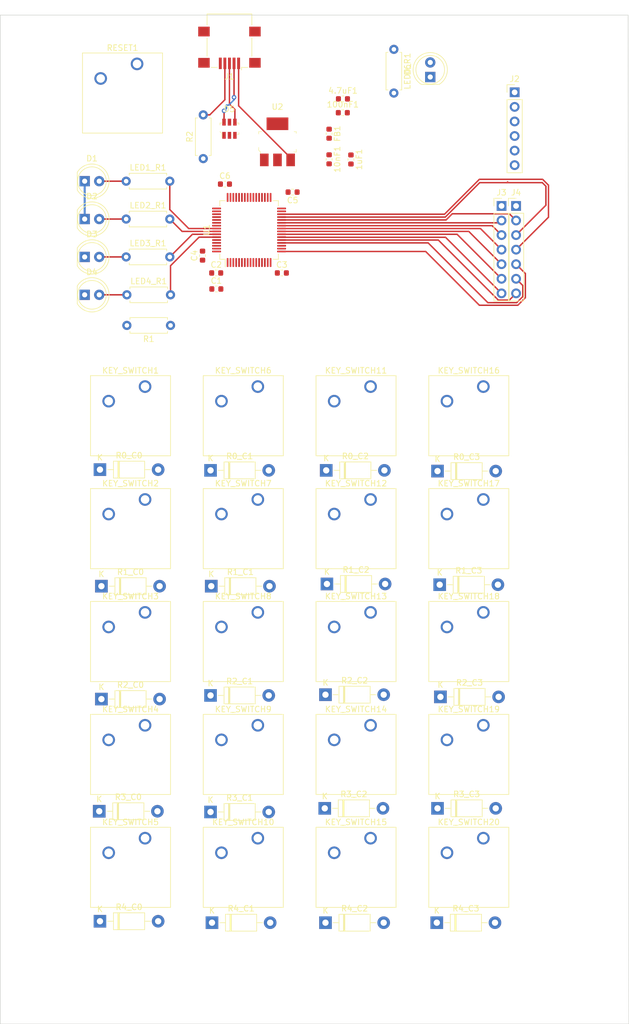
<source format=kicad_pcb>
(kicad_pcb (version 20171130) (host pcbnew "(5.1.4)-1")
  (layers (0 F.Cu signal) (31 B.Cu signal) (35 F.Paste user) (37 F.SilkS user) (39 F.Mask user) (44 Edge.Cuts user))
  (net 0 "")
  (net 1 GND)
  (net 2 /VCC_3_3)
  (net 3 /VCC_3_3A)
  (net 4 "Net-(C1-Pad2)")
  (net 5 "Net-(D1-Pad2)")
  (net 6 "Net-(D2-Pad2)")
  (net 7 "Net-(D3-Pad2)")
  (net 8 "Net-(D4-Pad2)")
  (net 9 "Net-(D5-Pad6)")
  (net 10 "Net-(D5-Pad4)")
  (net 11 /FS_DM)
  (net 12 /FS_DP)
  (net 13 /COL_0)
  (net 14 /COL_1)
  (net 15 /COL_2)
  (net 16 /COL_3)
  (net 17 "Net-(J1-Pad4)")
  (net 18 "Net-(J1-Pad1)")
  (net 19 /TRACESWO)
  (net 20 /NRST)
  (net 21 /SWDIO)
  (net 22 /SWCLK)
  (net 23 /D_PIN_12)
  (net 24 /D_PIN_11)
  (net 25 /D_PIN_10)
  (net 26 /D_PIN_9)
  (net 27 /D_PIN_8)
  (net 28 /D_PIN_7)
  (net 29 /D_PIN_6)
  (net 30 /D_PIN_5)
  (net 31 /D_PIN_4)
  (net 32 /D_PIN_3)
  (net 33 /ROW_0)
  (net 34 /ROW_1)
  (net 35 /ROW_2)
  (net 36 /ROW_3)
  (net 37 /ROW_4)
  (net 38 "Net-(R1-Pad1)")
  (net 39 "Net-(U1-Pad62)")
  (net 40 "Net-(U1-Pad61)")
  (net 41 "Net-(U1-Pad54)")
  (net 42 "Net-(U1-Pad53)")
  (net 43 "Net-(U1-Pad52)")
  (net 44 "Net-(U1-Pad51)")
  (net 45 "Net-(U1-Pad50)")
  (net 46 "Net-(U1-Pad43)")
  (net 47 "Net-(U1-Pad42)")
  (net 48 "Net-(U1-Pad41)")
  (net 49 "Net-(U1-Pad40)")
  (net 50 "Net-(U1-Pad39)")
  (net 51 "Net-(U1-Pad38)")
  (net 52 "Net-(U1-Pad37)")
  (net 53 "Net-(U1-Pad36)")
  (net 54 "Net-(U1-Pad35)")
  (net 55 "Net-(U1-Pad34)")
  (net 56 "Net-(U1-Pad33)")
  (net 57 "Net-(U1-Pad4)")
  (net 58 "Net-(U1-Pad3)")
  (net 59 "Net-(U1-Pad2)")
  (net 60 "Net-(KEY_SWITCH1-Pad2)")
  (net 61 "Net-(KEY_SWITCH2-Pad2)")
  (net 62 "Net-(KEY_SWITCH3-Pad2)")
  (net 63 "Net-(KEY_SWITCH4-Pad2)")
  (net 64 "Net-(KEY_SWITCH5-Pad2)")
  (net 65 "Net-(KEY_SWITCH6-Pad2)")
  (net 66 "Net-(KEY_SWITCH7-Pad2)")
  (net 67 "Net-(KEY_SWITCH8-Pad2)")
  (net 68 "Net-(KEY_SWITCH9-Pad2)")
  (net 69 "Net-(KEY_SWITCH10-Pad2)")
  (net 70 "Net-(KEY_SWITCH11-Pad2)")
  (net 71 "Net-(KEY_SWITCH12-Pad2)")
  (net 72 "Net-(KEY_SWITCH13-Pad2)")
  (net 73 "Net-(KEY_SWITCH14-Pad2)")
  (net 74 "Net-(KEY_SWITCH15-Pad2)")
  (net 75 "Net-(KEY_SWITCH16-Pad2)")
  (net 76 "Net-(KEY_SWITCH17-Pad2)")
  (net 77 "Net-(KEY_SWITCH18-Pad2)")
  (net 78 "Net-(KEY_SWITCH19-Pad2)")
  (net 79 "Net-(KEY_SWITCH20-Pad2)")
  (net 80 "Net-(LED1_R1-Pad2)")
  (net 81 "Net-(LED2_R1-Pad2)")
  (net 82 "Net-(LED3_R1-Pad2)")
  (net 83 "Net-(LED4_R1-Pad2)")
  (net 84 "Net-(D6-Pad2)")
  (net 85 /D_PIN_13)
  (net 86 /D_PIN_14)
  (module Button_Switch_Keyboard:SW_Cherry_MX_1.00u_PCB (layer F.Cu) (at 110.744 155.702)
    (fp_text reference KEY_SWITCH20 (at -2.54 -2.794) (layer F.SilkS))
    (fp_text value R4_C3)
    (pad 1 thru_hole circle (at 0 0) (size 2.2 2.2) (drill 1.5) (layers *.Cu *.Mask) (net 37 /ROW_4))
    (pad 2 thru_hole circle (at -6.35 2.54) (size 2.2 2.2) (drill 1.5) (layers *.Cu *.Mask) (net 79 "Net-(KEY_SWITCH20-Pad2)"))
    (pad "" np_thru_hole circle (at -2.54 5.08) (size 4 4) (drill 4) (layers *.Cu *.Mask))
    (pad "" np_thru_hole circle (at -7.62 5.08) (size 1.7 1.7) (drill 1.7) (layers *.Cu *.Mask))
    (pad "" np_thru_hole circle (at 2.54 5.08) (size 1.7 1.7) (drill 1.7) (layers *.Cu *.Mask))
  )
  (module Button_Switch_Keyboard:SW_Cherry_MX_1.00u_PCB (layer F.Cu) (at 51.689 136.017)
    (fp_text reference KEY_SWITCH4 (at -2.54 -2.794) (layer F.SilkS))
    (fp_text value R3_C0)
    (pad 1 thru_hole circle (at 0 0) (size 2.2 2.2) (drill 1.5) (layers *.Cu *.Mask) (net 36 /ROW_3))
    (pad 2 thru_hole circle (at -6.35 2.54) (size 2.2 2.2) (drill 1.5) (layers *.Cu *.Mask) (net 63 "Net-(KEY_SWITCH4-Pad2)"))
    (pad "" np_thru_hole circle (at -2.54 5.08) (size 4 4) (drill 4) (layers *.Cu *.Mask))
    (pad "" np_thru_hole circle (at -7.62 5.08) (size 1.7 1.7) (drill 1.7) (layers *.Cu *.Mask))
    (pad "" np_thru_hole circle (at 2.54 5.08) (size 1.7 1.7) (drill 1.7) (layers *.Cu *.Mask))
  )
  (module Button_Switch_Keyboard:SW_Cherry_MX_1.00u_PCB (layer F.Cu) (at 51.689 116.332)
    (fp_text reference KEY_SWITCH3 (at -2.54 -2.794) (layer F.SilkS))
    (fp_text value R2_C0)
    (pad 1 thru_hole circle (at 0 0) (size 2.2 2.2) (drill 1.5) (layers *.Cu *.Mask) (net 35 /ROW_2))
    (pad 2 thru_hole circle (at -6.35 2.54) (size 2.2 2.2) (drill 1.5) (layers *.Cu *.Mask) (net 62 "Net-(KEY_SWITCH3-Pad2)"))
    (pad "" np_thru_hole circle (at -2.54 5.08) (size 4 4) (drill 4) (layers *.Cu *.Mask))
    (pad "" np_thru_hole circle (at -7.62 5.08) (size 1.7 1.7) (drill 1.7) (layers *.Cu *.Mask))
    (pad "" np_thru_hole circle (at 2.54 5.08) (size 1.7 1.7) (drill 1.7) (layers *.Cu *.Mask))
  )
  (module Button_Switch_Keyboard:SW_Cherry_MX_1.00u_PCB (layer F.Cu) (at 71.374 116.332)
    (fp_text reference KEY_SWITCH8 (at -2.54 -2.794) (layer F.SilkS))
    (fp_text value R2_C1)
    (pad 1 thru_hole circle (at 0 0) (size 2.2 2.2) (drill 1.5) (layers *.Cu *.Mask) (net 35 /ROW_2))
    (pad 2 thru_hole circle (at -6.35 2.54) (size 2.2 2.2) (drill 1.5) (layers *.Cu *.Mask) (net 67 "Net-(KEY_SWITCH8-Pad2)"))
    (pad "" np_thru_hole circle (at -2.54 5.08) (size 4 4) (drill 4) (layers *.Cu *.Mask))
    (pad "" np_thru_hole circle (at -7.62 5.08) (size 1.7 1.7) (drill 1.7) (layers *.Cu *.Mask))
    (pad "" np_thru_hole circle (at 2.54 5.08) (size 1.7 1.7) (drill 1.7) (layers *.Cu *.Mask))
  )
  (module Button_Switch_Keyboard:SW_Cherry_MX_1.00u_PCB (layer F.Cu) (at 110.744 116.332)
    (fp_text reference KEY_SWITCH18 (at -2.54 -2.794) (layer F.SilkS))
    (fp_text value R2_C3)
    (pad 1 thru_hole circle (at 0 0) (size 2.2 2.2) (drill 1.5) (layers *.Cu *.Mask) (net 35 /ROW_2))
    (pad 2 thru_hole circle (at -6.35 2.54) (size 2.2 2.2) (drill 1.5) (layers *.Cu *.Mask) (net 77 "Net-(KEY_SWITCH18-Pad2)"))
    (pad "" np_thru_hole circle (at -2.54 5.08) (size 4 4) (drill 4) (layers *.Cu *.Mask))
    (pad "" np_thru_hole circle (at -7.62 5.08) (size 1.7 1.7) (drill 1.7) (layers *.Cu *.Mask))
    (pad "" np_thru_hole circle (at 2.54 5.08) (size 1.7 1.7) (drill 1.7) (layers *.Cu *.Mask))
  )
  (module Diode_THT:D_DO-41_SOD81_P10.16mm_Horizontal (layer F.Cu) (at 103.251 131.064)
    (fp_text reference R2_C3 (at 5.08 -2.47) (layer F.SilkS))
    (fp_text value 1N5819)
    (fp_text user K (at 0 -2.1) (layer F.SilkS))
    (pad 1 thru_hole rect (at 0 0) (size 2.2 2.2) (drill 1.1) (layers *.Cu *.Mask) (net 16 /COL_3))
    (pad 2 thru_hole oval (at 10.16 0) (size 2.2 2.2) (drill 1.1) (layers *.Cu *.Mask) (net 77 "Net-(KEY_SWITCH18-Pad2)"))
  )
  (module Button_Switch_Keyboard:SW_Cherry_MX_1.00u_PCB (layer F.Cu) (at 91.059 136.017)
    (fp_text reference KEY_SWITCH14 (at -2.54 -2.794) (layer F.SilkS))
    (fp_text value R3_C2)
    (pad 1 thru_hole circle (at 0 0) (size 2.2 2.2) (drill 1.5) (layers *.Cu *.Mask) (net 36 /ROW_3))
    (pad 2 thru_hole circle (at -6.35 2.54) (size 2.2 2.2) (drill 1.5) (layers *.Cu *.Mask) (net 73 "Net-(KEY_SWITCH14-Pad2)"))
    (pad "" np_thru_hole circle (at -2.54 5.08) (size 4 4) (drill 4) (layers *.Cu *.Mask))
    (pad "" np_thru_hole circle (at -7.62 5.08) (size 1.7 1.7) (drill 1.7) (layers *.Cu *.Mask))
    (pad "" np_thru_hole circle (at 2.54 5.08) (size 1.7 1.7) (drill 1.7) (layers *.Cu *.Mask))
  )
  (module Button_Switch_Keyboard:SW_Cherry_MX_1.00u_PCB (layer F.Cu) (at 110.744 136.017)
    (fp_text reference KEY_SWITCH19 (at -2.54 -2.794) (layer F.SilkS))
    (fp_text value R3_C3)
    (pad 1 thru_hole circle (at 0 0) (size 2.2 2.2) (drill 1.5) (layers *.Cu *.Mask) (net 36 /ROW_3))
    (pad 2 thru_hole circle (at -6.35 2.54) (size 2.2 2.2) (drill 1.5) (layers *.Cu *.Mask) (net 78 "Net-(KEY_SWITCH19-Pad2)"))
    (pad "" np_thru_hole circle (at -2.54 5.08) (size 4 4) (drill 4) (layers *.Cu *.Mask))
    (pad "" np_thru_hole circle (at -7.62 5.08) (size 1.7 1.7) (drill 1.7) (layers *.Cu *.Mask))
    (pad "" np_thru_hole circle (at 2.54 5.08) (size 1.7 1.7) (drill 1.7) (layers *.Cu *.Mask))
  )
  (module Diode_THT:D_DO-41_SOD81_P10.16mm_Horizontal (layer F.Cu) (at 102.743 150.495)
    (fp_text reference R3_C3 (at 5.08 -2.47) (layer F.SilkS))
    (fp_text value 1N5819)
    (fp_text user K (at 0 -2.1) (layer F.SilkS))
    (pad 1 thru_hole rect (at 0 0) (size 2.2 2.2) (drill 1.1) (layers *.Cu *.Mask) (net 16 /COL_3))
    (pad 2 thru_hole oval (at 10.16 0) (size 2.2 2.2) (drill 1.1) (layers *.Cu *.Mask) (net 78 "Net-(KEY_SWITCH19-Pad2)"))
  )
  (module Button_Switch_Keyboard:SW_Cherry_MX_1.00u_PCB (layer F.Cu) (at 91.059 155.702)
    (fp_text reference KEY_SWITCH15 (at -2.54 -2.794) (layer F.SilkS))
    (fp_text value R4_C2)
    (pad 1 thru_hole circle (at 0 0) (size 2.2 2.2) (drill 1.5) (layers *.Cu *.Mask) (net 37 /ROW_4))
    (pad 2 thru_hole circle (at -6.35 2.54) (size 2.2 2.2) (drill 1.5) (layers *.Cu *.Mask) (net 74 "Net-(KEY_SWITCH15-Pad2)"))
    (pad "" np_thru_hole circle (at -2.54 5.08) (size 4 4) (drill 4) (layers *.Cu *.Mask))
    (pad "" np_thru_hole circle (at -7.62 5.08) (size 1.7 1.7) (drill 1.7) (layers *.Cu *.Mask))
    (pad "" np_thru_hole circle (at 2.54 5.08) (size 1.7 1.7) (drill 1.7) (layers *.Cu *.Mask))
  )
  (module Button_Switch_Keyboard:SW_Cherry_MX_1.00u_PCB (layer F.Cu) (at 71.374 155.702)
    (fp_text reference KEY_SWITCH10 (at -2.54 -2.794) (layer F.SilkS))
    (fp_text value R4_C1)
    (pad 1 thru_hole circle (at 0 0) (size 2.2 2.2) (drill 1.5) (layers *.Cu *.Mask) (net 37 /ROW_4))
    (pad 2 thru_hole circle (at -6.35 2.54) (size 2.2 2.2) (drill 1.5) (layers *.Cu *.Mask) (net 69 "Net-(KEY_SWITCH10-Pad2)"))
    (pad "" np_thru_hole circle (at -2.54 5.08) (size 4 4) (drill 4) (layers *.Cu *.Mask))
    (pad "" np_thru_hole circle (at -7.62 5.08) (size 1.7 1.7) (drill 1.7) (layers *.Cu *.Mask))
    (pad "" np_thru_hole circle (at 2.54 5.08) (size 1.7 1.7) (drill 1.7) (layers *.Cu *.Mask))
  )
  (module Button_Switch_Keyboard:SW_Cherry_MX_1.00u_PCB (layer F.Cu) (at 51.689 155.702)
    (fp_text reference KEY_SWITCH5 (at -2.54 -2.794) (layer F.SilkS))
    (fp_text value R4_C0)
    (pad 1 thru_hole circle (at 0 0) (size 2.2 2.2) (drill 1.5) (layers *.Cu *.Mask) (net 37 /ROW_4))
    (pad 2 thru_hole circle (at -6.35 2.54) (size 2.2 2.2) (drill 1.5) (layers *.Cu *.Mask) (net 64 "Net-(KEY_SWITCH5-Pad2)"))
    (pad "" np_thru_hole circle (at -2.54 5.08) (size 4 4) (drill 4) (layers *.Cu *.Mask))
    (pad "" np_thru_hole circle (at -7.62 5.08) (size 1.7 1.7) (drill 1.7) (layers *.Cu *.Mask))
    (pad "" np_thru_hole circle (at 2.54 5.08) (size 1.7 1.7) (drill 1.7) (layers *.Cu *.Mask))
  )
  (module Button_Switch_Keyboard:SW_Cherry_MX_1.00u_PCB (layer F.Cu) (at 51.689 96.647)
    (fp_text reference KEY_SWITCH2 (at -2.54 -2.794) (layer F.SilkS))
    (fp_text value R1_C0)
    (pad 1 thru_hole circle (at 0 0) (size 2.2 2.2) (drill 1.5) (layers *.Cu *.Mask) (net 34 /ROW_1))
    (pad 2 thru_hole circle (at -6.35 2.54) (size 2.2 2.2) (drill 1.5) (layers *.Cu *.Mask) (net 61 "Net-(KEY_SWITCH2-Pad2)"))
    (pad "" np_thru_hole circle (at -2.54 5.08) (size 4 4) (drill 4) (layers *.Cu *.Mask))
    (pad "" np_thru_hole circle (at -7.62 5.08) (size 1.7 1.7) (drill 1.7) (layers *.Cu *.Mask))
    (pad "" np_thru_hole circle (at 2.54 5.08) (size 1.7 1.7) (drill 1.7) (layers *.Cu *.Mask))
  )
  (module Button_Switch_Keyboard:SW_Cherry_MX_1.00u_PCB (layer F.Cu) (at 91.059 96.647)
    (fp_text reference KEY_SWITCH12 (at -2.54 -2.794) (layer F.SilkS))
    (fp_text value R1_C2)
    (pad 1 thru_hole circle (at 0 0) (size 2.2 2.2) (drill 1.5) (layers *.Cu *.Mask) (net 34 /ROW_1))
    (pad 2 thru_hole circle (at -6.35 2.54) (size 2.2 2.2) (drill 1.5) (layers *.Cu *.Mask) (net 71 "Net-(KEY_SWITCH12-Pad2)"))
    (pad "" np_thru_hole circle (at -2.54 5.08) (size 4 4) (drill 4) (layers *.Cu *.Mask))
    (pad "" np_thru_hole circle (at -7.62 5.08) (size 1.7 1.7) (drill 1.7) (layers *.Cu *.Mask))
    (pad "" np_thru_hole circle (at 2.54 5.08) (size 1.7 1.7) (drill 1.7) (layers *.Cu *.Mask))
  )
  (module Button_Switch_Keyboard:SW_Cherry_MX_1.00u_PCB (layer F.Cu) (at 51.689 76.962)
    (fp_text reference KEY_SWITCH1 (at -2.54 -2.794) (layer F.SilkS))
    (fp_text value R0_C0)
    (pad 1 thru_hole circle (at 0 0) (size 2.2 2.2) (drill 1.5) (layers *.Cu *.Mask) (net 33 /ROW_0))
    (pad 2 thru_hole circle (at -6.35 2.54) (size 2.2 2.2) (drill 1.5) (layers *.Cu *.Mask) (net 60 "Net-(KEY_SWITCH1-Pad2)"))
    (pad "" np_thru_hole circle (at -2.54 5.08) (size 4 4) (drill 4) (layers *.Cu *.Mask))
    (pad "" np_thru_hole circle (at -7.62 5.08) (size 1.7 1.7) (drill 1.7) (layers *.Cu *.Mask))
    (pad "" np_thru_hole circle (at 2.54 5.08) (size 1.7 1.7) (drill 1.7) (layers *.Cu *.Mask))
  )
  (module Connector_PinHeader_2.54mm:PinHeader_1x07_P2.54mm_Vertical (layer F.Cu) (at 116.459 45.466)
    (fp_text reference J4 (at 0 -2.33) (layer F.SilkS))
    (fp_text value Conn_01x07)
    (pad 7 thru_hole oval (at 0 15.24) (size 1.7 1.7) (drill 1) (layers *.Cu *.Mask) (net 86 /D_PIN_14))
    (pad 6 thru_hole oval (at 0 12.7) (size 1.7 1.7) (drill 1) (layers *.Cu *.Mask) (net 23 /D_PIN_12))
    (pad 5 thru_hole oval (at 0 10.16) (size 1.7 1.7) (drill 1) (layers *.Cu *.Mask) (net 25 /D_PIN_10))
    (pad 4 thru_hole oval (at 0 7.62) (size 1.7 1.7) (drill 1) (layers *.Cu *.Mask) (net 27 /D_PIN_8))
    (pad 3 thru_hole oval (at 0 5.08) (size 1.7 1.7) (drill 1) (layers *.Cu *.Mask) (net 29 /D_PIN_6))
    (pad 2 thru_hole oval (at 0 2.54) (size 1.7 1.7) (drill 1) (layers *.Cu *.Mask) (net 31 /D_PIN_4))
    (pad 1 thru_hole rect (at 0 0) (size 1.7 1.7) (drill 1) (layers *.Cu *.Mask) (net 2 /VCC_3_3))
  )
  (module Connector_PinHeader_2.54mm:PinHeader_1x07_P2.54mm_Vertical (layer F.Cu) (at 113.919 45.466)
    (fp_text reference J3 (at 0 -2.33) (layer F.SilkS))
    (fp_text value Conn_01x07)
    (pad 7 thru_hole oval (at 0 15.24) (size 1.7 1.7) (drill 1) (layers *.Cu *.Mask) (net 85 /D_PIN_13))
    (pad 6 thru_hole oval (at 0 12.7) (size 1.7 1.7) (drill 1) (layers *.Cu *.Mask) (net 24 /D_PIN_11))
    (pad 5 thru_hole oval (at 0 10.16) (size 1.7 1.7) (drill 1) (layers *.Cu *.Mask) (net 26 /D_PIN_9))
    (pad 4 thru_hole oval (at 0 7.62) (size 1.7 1.7) (drill 1) (layers *.Cu *.Mask) (net 28 /D_PIN_7))
    (pad 3 thru_hole oval (at 0 5.08) (size 1.7 1.7) (drill 1) (layers *.Cu *.Mask) (net 30 /D_PIN_5))
    (pad 2 thru_hole oval (at 0 2.54) (size 1.7 1.7) (drill 1) (layers *.Cu *.Mask) (net 32 /D_PIN_3))
    (pad 1 thru_hole rect (at 0 0) (size 1.7 1.7) (drill 1) (layers *.Cu *.Mask) (net 1 GND))
  )
  (module Resistor_THT:R_Axial_DIN0207_L6.3mm_D2.5mm_P7.62mm_Horizontal (layer F.Cu) (at 95.123 18.161 270)
    (fp_text reference LED0_R1 (at 3.81 -2.37 90) (layer F.SilkS))
    (fp_text value LED0_R)
    (pad 2 thru_hole oval (at 7.62 0 270) (size 1.6 1.6) (drill 0.8) (layers *.Cu *.Mask) (net 3 /VCC_3_3A))
    (pad 1 thru_hole circle (at 0 0 270) (size 1.6 1.6) (drill 0.8) (layers *.Cu *.Mask) (net 84 "Net-(D6-Pad2)"))
  )
  (module LED_THT:LED_D5.0mm (layer F.Cu) (at 101.473 22.987 90)
    (fp_text reference D6 (at 1.27 -3.96 90) (layer F.SilkS))
    (fp_text value LED)
    (pad 2 thru_hole circle (at 2.54 0 90) (size 1.8 1.8) (drill 0.9) (layers *.Cu *.Mask) (net 84 "Net-(D6-Pad2)"))
    (pad 1 thru_hole rect (at 0 0 90) (size 1.8 1.8) (drill 0.9) (layers *.Cu *.Mask) (net 1 GND))
  )
  (module Resistor_THT:R_Axial_DIN0207_L6.3mm_D2.5mm_P7.62mm_Horizontal (layer F.Cu) (at 48.514 60.96)
    (fp_text reference LED4_R1 (at 3.81 -2.37) (layer F.SilkS))
    (fp_text value LED4_R)
    (pad 2 thru_hole oval (at 7.62 0) (size 1.6 1.6) (drill 0.8) (layers *.Cu *.Mask) (net 83 "Net-(LED4_R1-Pad2)"))
    (pad 1 thru_hole circle (at 0 0) (size 1.6 1.6) (drill 0.8) (layers *.Cu *.Mask) (net 8 "Net-(D4-Pad2)"))
  )
  (module Resistor_THT:R_Axial_DIN0207_L6.3mm_D2.5mm_P7.62mm_Horizontal (layer F.Cu) (at 48.387 54.356)
    (fp_text reference LED3_R1 (at 3.81 -2.37) (layer F.SilkS))
    (fp_text value LED3_R)
    (pad 2 thru_hole oval (at 7.62 0) (size 1.6 1.6) (drill 0.8) (layers *.Cu *.Mask) (net 82 "Net-(LED3_R1-Pad2)"))
    (pad 1 thru_hole circle (at 0 0) (size 1.6 1.6) (drill 0.8) (layers *.Cu *.Mask) (net 7 "Net-(D3-Pad2)"))
  )
  (module Resistor_THT:R_Axial_DIN0207_L6.3mm_D2.5mm_P7.62mm_Horizontal (layer F.Cu) (at 48.387 47.752)
    (fp_text reference LED2_R1 (at 3.81 -2.37) (layer F.SilkS))
    (fp_text value LED2_R)
    (pad 2 thru_hole oval (at 7.62 0) (size 1.6 1.6) (drill 0.8) (layers *.Cu *.Mask) (net 81 "Net-(LED2_R1-Pad2)"))
    (pad 1 thru_hole circle (at 0 0) (size 1.6 1.6) (drill 0.8) (layers *.Cu *.Mask) (net 6 "Net-(D2-Pad2)"))
  )
  (module Resistor_THT:R_Axial_DIN0207_L6.3mm_D2.5mm_P7.62mm_Horizontal (layer F.Cu) (at 48.387 41.148)
    (fp_text reference LED1_R1 (at 3.81 -2.37) (layer F.SilkS))
    (fp_text value LED1_R)
    (pad 2 thru_hole oval (at 7.62 0) (size 1.6 1.6) (drill 0.8) (layers *.Cu *.Mask) (net 80 "Net-(LED1_R1-Pad2)"))
    (pad 1 thru_hole circle (at 0 0) (size 1.6 1.6) (drill 0.8) (layers *.Cu *.Mask) (net 5 "Net-(D1-Pad2)"))
  )
  (module digikey-footprints:SOT-223 (layer F.Cu) (at 74.803 34.29)
    (fp_text reference U2 (at 0 -6.1) (layer F.SilkS))
    (fp_text value LD1117S33CTR)
    (pad 3 smd rect (at 2.3 3.15) (size 1.5 2.2) (layers F.Cu F.Paste F.Mask) (net 18 "Net-(J1-Pad1)"))
    (pad 2 smd rect (at 0 3.15) (size 1.5 2.2) (layers F.Cu F.Paste F.Mask) (net 3 /VCC_3_3A))
    (pad 1 smd rect (at -2.3 3.15) (size 1.5 2.2) (layers F.Cu F.Paste F.Mask) (net 1 GND))
    (pad 4 smd rect (at 0 -3.15) (size 3.8 2.2) (layers F.Cu F.Paste F.Mask) (net 2 /VCC_3_3))
  )
  (module Package_QFP:LQFP-64_10x10mm_P0.5mm (layer F.Cu) (at 69.85 49.657 90)
    (fp_text reference U1 (at 0 -7.4 90) (layer F.SilkS))
    (fp_text value STM32L476RCTx)
    (pad 1 smd roundrect (at -5.675 -3.75 90) (size 1.55 0.3) (layers F.Cu F.Paste F.Mask) (net 2 /VCC_3_3))
    (pad 2 smd roundrect (at -5.675 -3.25 90) (size 1.55 0.3) (layers F.Cu F.Paste F.Mask) (net 59 "Net-(U1-Pad2)"))
    (pad 3 smd roundrect (at -5.675 -2.75 90) (size 1.55 0.3) (layers F.Cu F.Paste F.Mask) (net 58 "Net-(U1-Pad3)"))
    (pad 4 smd roundrect (at -5.675 -2.25 90) (size 1.55 0.3) (layers F.Cu F.Paste F.Mask) (net 57 "Net-(U1-Pad4)"))
    (pad 5 smd roundrect (at -5.675 -1.75 90) (size 1.55 0.3) (layers F.Cu F.Paste F.Mask) (net 33 /ROW_0))
    (pad 6 smd roundrect (at -5.675 -1.25 90) (size 1.55 0.3) (layers F.Cu F.Paste F.Mask) (net 34 /ROW_1))
    (pad 7 smd roundrect (at -5.675 -0.75 90) (size 1.55 0.3) (layers F.Cu F.Paste F.Mask) (net 4 "Net-(C1-Pad2)"))
    (pad 8 smd roundrect (at -5.675 -0.25 90) (size 1.55 0.3) (layers F.Cu F.Paste F.Mask) (net 35 /ROW_2))
    (pad 9 smd roundrect (at -5.675 0.25 90) (size 1.55 0.3) (layers F.Cu F.Paste F.Mask) (net 36 /ROW_3))
    (pad 10 smd roundrect (at -5.675 0.75 90) (size 1.55 0.3) (layers F.Cu F.Paste F.Mask) (net 37 /ROW_4))
    (pad 11 smd roundrect (at -5.675 1.25 90) (size 1.55 0.3) (layers F.Cu F.Paste F.Mask) (net 13 /COL_0))
    (pad 12 smd roundrect (at -5.675 1.75 90) (size 1.55 0.3) (layers F.Cu F.Paste F.Mask) (net 1 GND))
    (pad 13 smd roundrect (at -5.675 2.25 90) (size 1.55 0.3) (layers F.Cu F.Paste F.Mask) (net 3 /VCC_3_3A))
    (pad 14 smd roundrect (at -5.675 2.75 90) (size 1.55 0.3) (layers F.Cu F.Paste F.Mask) (net 14 /COL_1))
    (pad 15 smd roundrect (at -5.675 3.25 90) (size 1.55 0.3) (layers F.Cu F.Paste F.Mask) (net 15 /COL_2))
    (pad 16 smd roundrect (at -5.675 3.75 90) (size 1.55 0.3) (layers F.Cu F.Paste F.Mask) (net 16 /COL_3))
    (pad 17 smd roundrect (at -3.75 5.675 90) (size 0.3 1.55) (layers F.Cu F.Paste F.Mask) (net 25 /D_PIN_10))
    (pad 18 smd roundrect (at -3.25 5.675 90) (size 0.3 1.55) (layers F.Cu F.Paste F.Mask) (net 1 GND))
    (pad 19 smd roundrect (at -2.75 5.675 90) (size 0.3 1.55) (layers F.Cu F.Paste F.Mask) (net 2 /VCC_3_3))
    (pad 20 smd roundrect (at -2.25 5.675 90) (size 0.3 1.55) (layers F.Cu F.Paste F.Mask) (net 23 /D_PIN_12))
    (pad 21 smd roundrect (at -1.75 5.675 90) (size 0.3 1.55) (layers F.Cu F.Paste F.Mask) (net 86 /D_PIN_14))
    (pad 22 smd roundrect (at -1.25 5.675 90) (size 0.3 1.55) (layers F.Cu F.Paste F.Mask) (net 85 /D_PIN_13))
    (pad 23 smd roundrect (at -0.75 5.675 90) (size 0.3 1.55) (layers F.Cu F.Paste F.Mask) (net 24 /D_PIN_11))
    (pad 24 smd roundrect (at -0.25 5.675 90) (size 0.3 1.55) (layers F.Cu F.Paste F.Mask) (net 26 /D_PIN_9))
    (pad 25 smd roundrect (at 0.25 5.675 90) (size 0.3 1.55) (layers F.Cu F.Paste F.Mask) (net 28 /D_PIN_7))
    (pad 26 smd roundrect (at 0.75 5.675 90) (size 0.3 1.55) (layers F.Cu F.Paste F.Mask) (net 30 /D_PIN_5))
    (pad 27 smd roundrect (at 1.25 5.675 90) (size 0.3 1.55) (layers F.Cu F.Paste F.Mask) (net 32 /D_PIN_3))
    (pad 28 smd roundrect (at 1.75 5.675 90) (size 0.3 1.55) (layers F.Cu F.Paste F.Mask) (net 31 /D_PIN_4))
    (pad 29 smd roundrect (at 2.25 5.675 90) (size 0.3 1.55) (layers F.Cu F.Paste F.Mask) (net 29 /D_PIN_6))
    (pad 30 smd roundrect (at 2.75 5.675 90) (size 0.3 1.55) (layers F.Cu F.Paste F.Mask) (net 27 /D_PIN_8))
    (pad 31 smd roundrect (at 3.25 5.675 90) (size 0.3 1.55) (layers F.Cu F.Paste F.Mask) (net 1 GND))
    (pad 32 smd roundrect (at 3.75 5.675 90) (size 0.3 1.55) (layers F.Cu F.Paste F.Mask) (net 2 /VCC_3_3))
    (pad 33 smd roundrect (at 5.675 3.75 90) (size 1.55 0.3) (layers F.Cu F.Paste F.Mask) (net 56 "Net-(U1-Pad33)"))
    (pad 34 smd roundrect (at 5.675 3.25 90) (size 1.55 0.3) (layers F.Cu F.Paste F.Mask) (net 55 "Net-(U1-Pad34)"))
    (pad 35 smd roundrect (at 5.675 2.75 90) (size 1.55 0.3) (layers F.Cu F.Paste F.Mask) (net 54 "Net-(U1-Pad35)"))
    (pad 36 smd roundrect (at 5.675 2.25 90) (size 1.55 0.3) (layers F.Cu F.Paste F.Mask) (net 53 "Net-(U1-Pad36)"))
    (pad 37 smd roundrect (at 5.675 1.75 90) (size 1.55 0.3) (layers F.Cu F.Paste F.Mask) (net 52 "Net-(U1-Pad37)"))
    (pad 38 smd roundrect (at 5.675 1.25 90) (size 1.55 0.3) (layers F.Cu F.Paste F.Mask) (net 51 "Net-(U1-Pad38)"))
    (pad 39 smd roundrect (at 5.675 0.75 90) (size 1.55 0.3) (layers F.Cu F.Paste F.Mask) (net 50 "Net-(U1-Pad39)"))
    (pad 40 smd roundrect (at 5.675 0.25 90) (size 1.55 0.3) (layers F.Cu F.Paste F.Mask) (net 49 "Net-(U1-Pad40)"))
    (pad 41 smd roundrect (at 5.675 -0.25 90) (size 1.55 0.3) (layers F.Cu F.Paste F.Mask) (net 48 "Net-(U1-Pad41)"))
    (pad 42 smd roundrect (at 5.675 -0.75 90) (size 1.55 0.3) (layers F.Cu F.Paste F.Mask) (net 47 "Net-(U1-Pad42)"))
    (pad 43 smd roundrect (at 5.675 -1.25 90) (size 1.55 0.3) (layers F.Cu F.Paste F.Mask) (net 46 "Net-(U1-Pad43)"))
    (pad 44 smd roundrect (at 5.675 -1.75 90) (size 1.55 0.3) (layers F.Cu F.Paste F.Mask) (net 11 /FS_DM))
    (pad 45 smd roundrect (at 5.675 -2.25 90) (size 1.55 0.3) (layers F.Cu F.Paste F.Mask) (net 12 /FS_DP))
    (pad 46 smd roundrect (at 5.675 -2.75 90) (size 1.55 0.3) (layers F.Cu F.Paste F.Mask) (net 21 /SWDIO))
    (pad 47 smd roundrect (at 5.675 -3.25 90) (size 1.55 0.3) (layers F.Cu F.Paste F.Mask) (net 1 GND))
    (pad 48 smd roundrect (at 5.675 -3.75 90) (size 1.55 0.3) (layers F.Cu F.Paste F.Mask) (net 2 /VCC_3_3))
    (pad 49 smd roundrect (at 3.75 -5.675 90) (size 0.3 1.55) (layers F.Cu F.Paste F.Mask) (net 22 /SWCLK))
    (pad 50 smd roundrect (at 3.25 -5.675 90) (size 0.3 1.55) (layers F.Cu F.Paste F.Mask) (net 45 "Net-(U1-Pad50)"))
    (pad 51 smd roundrect (at 2.75 -5.675 90) (size 0.3 1.55) (layers F.Cu F.Paste F.Mask) (net 44 "Net-(U1-Pad51)"))
    (pad 52 smd roundrect (at 2.25 -5.675 90) (size 0.3 1.55) (layers F.Cu F.Paste F.Mask) (net 43 "Net-(U1-Pad52)"))
    (pad 53 smd roundrect (at 1.75 -5.675 90) (size 0.3 1.55) (layers F.Cu F.Paste F.Mask) (net 42 "Net-(U1-Pad53)"))
    (pad 54 smd roundrect (at 1.25 -5.675 90) (size 0.3 1.55) (layers F.Cu F.Paste F.Mask) (net 41 "Net-(U1-Pad54)"))
    (pad 55 smd roundrect (at 0.75 -5.675 90) (size 0.3 1.55) (layers F.Cu F.Paste F.Mask) (net 19 /TRACESWO))
    (pad 56 smd roundrect (at 0.25 -5.675 90) (size 0.3 1.55) (layers F.Cu F.Paste F.Mask) (net 80 "Net-(LED1_R1-Pad2)"))
    (pad 57 smd roundrect (at -0.25 -5.675 90) (size 0.3 1.55) (layers F.Cu F.Paste F.Mask) (net 81 "Net-(LED2_R1-Pad2)"))
    (pad 58 smd roundrect (at -0.75 -5.675 90) (size 0.3 1.55) (layers F.Cu F.Paste F.Mask) (net 82 "Net-(LED3_R1-Pad2)"))
    (pad 59 smd roundrect (at -1.25 -5.675 90) (size 0.3 1.55) (layers F.Cu F.Paste F.Mask) (net 83 "Net-(LED4_R1-Pad2)"))
    (pad 60 smd roundrect (at -1.75 -5.675 90) (size 0.3 1.55) (layers F.Cu F.Paste F.Mask) (net 38 "Net-(R1-Pad1)"))
    (pad 61 smd roundrect (at -2.25 -5.675 90) (size 0.3 1.55) (layers F.Cu F.Paste F.Mask) (net 40 "Net-(U1-Pad61)"))
    (pad 62 smd roundrect (at -2.75 -5.675 90) (size 0.3 1.55) (layers F.Cu F.Paste F.Mask) (net 39 "Net-(U1-Pad62)"))
    (pad 63 smd roundrect (at -3.25 -5.675 90) (size 0.3 1.55) (layers F.Cu F.Paste F.Mask) (net 1 GND))
    (pad 64 smd roundrect (at -3.75 -5.675 90) (size 0.3 1.55) (layers F.Cu F.Paste F.Mask) (net 2 /VCC_3_3))
  )
  (module Button_Switch_Keyboard:SW_Cherry_MX_1.00u_PCB (layer F.Cu) (at 50.292 20.701)
    (fp_text reference RESET1 (at -2.54 -2.794) (layer F.SilkS))
    (fp_text value "DOOM KEY")
    (pad 1 thru_hole circle (at 0 0) (size 2.2 2.2) (drill 1.5) (layers *.Cu *.Mask) (net 1 GND))
    (pad 2 thru_hole circle (at -6.35 2.54) (size 2.2 2.2) (drill 1.5) (layers *.Cu *.Mask) (net 4 "Net-(C1-Pad2)"))
    (pad "" np_thru_hole circle (at -2.54 5.08) (size 4 4) (drill 4) (layers *.Cu *.Mask))
    (pad "" np_thru_hole circle (at -7.62 5.08) (size 1.7 1.7) (drill 1.7) (layers *.Cu *.Mask))
    (pad "" np_thru_hole circle (at 2.54 5.08) (size 1.7 1.7) (drill 1.7) (layers *.Cu *.Mask))
  )
  (module Resistor_THT:R_Axial_DIN0207_L6.3mm_D2.5mm_P7.62mm_Horizontal (layer F.Cu) (at 61.849 37.211 90)
    (fp_text reference R2 (at 3.81 -2.37 90) (layer F.SilkS))
    (fp_text value "R 100k")
    (pad 1 thru_hole circle (at 0 0 90) (size 1.6 1.6) (drill 0.8) (layers *.Cu *.Mask) (net 1 GND))
    (pad 2 thru_hole oval (at 7.62 0 90) (size 1.6 1.6) (drill 0.8) (layers *.Cu *.Mask) (net 17 "Net-(J1-Pad4)"))
  )
  (module Resistor_THT:R_Axial_DIN0207_L6.3mm_D2.5mm_P7.62mm_Horizontal (layer F.Cu) (at 56.134 66.294 180)
    (fp_text reference R1 (at 3.81 -2.37) (layer F.SilkS))
    (fp_text value "10K R")
    (pad 1 thru_hole circle (at 0 0 180) (size 1.6 1.6) (drill 0.8) (layers *.Cu *.Mask) (net 38 "Net-(R1-Pad1)"))
    (pad 2 thru_hole oval (at 7.62 0 180) (size 1.6 1.6) (drill 0.8) (layers *.Cu *.Mask) (net 1 GND))
  )
  (module Button_Switch_Keyboard:SW_Cherry_MX_1.00u_PCB (layer F.Cu) (at 110.744 96.647)
    (fp_text reference KEY_SWITCH17 (at -2.54 -2.794) (layer F.SilkS))
    (fp_text value R1_C3)
    (pad 1 thru_hole circle (at 0 0) (size 2.2 2.2) (drill 1.5) (layers *.Cu *.Mask) (net 34 /ROW_1))
    (pad 2 thru_hole circle (at -6.35 2.54) (size 2.2 2.2) (drill 1.5) (layers *.Cu *.Mask) (net 76 "Net-(KEY_SWITCH17-Pad2)"))
    (pad "" np_thru_hole circle (at -2.54 5.08) (size 4 4) (drill 4) (layers *.Cu *.Mask))
    (pad "" np_thru_hole circle (at -7.62 5.08) (size 1.7 1.7) (drill 1.7) (layers *.Cu *.Mask))
    (pad "" np_thru_hole circle (at 2.54 5.08) (size 1.7 1.7) (drill 1.7) (layers *.Cu *.Mask))
  )
  (module Button_Switch_Keyboard:SW_Cherry_MX_1.00u_PCB (layer F.Cu) (at 110.744 76.962)
    (fp_text reference KEY_SWITCH16 (at -2.54 -2.794) (layer F.SilkS))
    (fp_text value R0_C3)
    (pad 1 thru_hole circle (at 0 0) (size 2.2 2.2) (drill 1.5) (layers *.Cu *.Mask) (net 33 /ROW_0))
    (pad 2 thru_hole circle (at -6.35 2.54) (size 2.2 2.2) (drill 1.5) (layers *.Cu *.Mask) (net 75 "Net-(KEY_SWITCH16-Pad2)"))
    (pad "" np_thru_hole circle (at -2.54 5.08) (size 4 4) (drill 4) (layers *.Cu *.Mask))
    (pad "" np_thru_hole circle (at -7.62 5.08) (size 1.7 1.7) (drill 1.7) (layers *.Cu *.Mask))
    (pad "" np_thru_hole circle (at 2.54 5.08) (size 1.7 1.7) (drill 1.7) (layers *.Cu *.Mask))
  )
  (module Button_Switch_Keyboard:SW_Cherry_MX_1.00u_PCB (layer F.Cu) (at 91.059 116.332)
    (fp_text reference KEY_SWITCH13 (at -2.54 -2.794) (layer F.SilkS))
    (fp_text value R2_C2)
    (pad 1 thru_hole circle (at 0 0) (size 2.2 2.2) (drill 1.5) (layers *.Cu *.Mask) (net 35 /ROW_2))
    (pad 2 thru_hole circle (at -6.35 2.54) (size 2.2 2.2) (drill 1.5) (layers *.Cu *.Mask) (net 72 "Net-(KEY_SWITCH13-Pad2)"))
    (pad "" np_thru_hole circle (at -2.54 5.08) (size 4 4) (drill 4) (layers *.Cu *.Mask))
    (pad "" np_thru_hole circle (at -7.62 5.08) (size 1.7 1.7) (drill 1.7) (layers *.Cu *.Mask))
    (pad "" np_thru_hole circle (at 2.54 5.08) (size 1.7 1.7) (drill 1.7) (layers *.Cu *.Mask))
  )
  (module Button_Switch_Keyboard:SW_Cherry_MX_1.00u_PCB (layer F.Cu) (at 91.059 76.962)
    (fp_text reference KEY_SWITCH11 (at -2.54 -2.794) (layer F.SilkS))
    (fp_text value R0_C2)
    (pad 1 thru_hole circle (at 0 0) (size 2.2 2.2) (drill 1.5) (layers *.Cu *.Mask) (net 33 /ROW_0))
    (pad 2 thru_hole circle (at -6.35 2.54) (size 2.2 2.2) (drill 1.5) (layers *.Cu *.Mask) (net 70 "Net-(KEY_SWITCH11-Pad2)"))
    (pad "" np_thru_hole circle (at -2.54 5.08) (size 4 4) (drill 4) (layers *.Cu *.Mask))
    (pad "" np_thru_hole circle (at -7.62 5.08) (size 1.7 1.7) (drill 1.7) (layers *.Cu *.Mask))
    (pad "" np_thru_hole circle (at 2.54 5.08) (size 1.7 1.7) (drill 1.7) (layers *.Cu *.Mask))
  )
  (module Button_Switch_Keyboard:SW_Cherry_MX_1.00u_PCB (layer F.Cu) (at 71.374 136.017)
    (fp_text reference KEY_SWITCH9 (at -2.54 -2.794) (layer F.SilkS))
    (fp_text value R3_C1)
    (pad 1 thru_hole circle (at 0 0) (size 2.2 2.2) (drill 1.5) (layers *.Cu *.Mask) (net 36 /ROW_3))
    (pad 2 thru_hole circle (at -6.35 2.54) (size 2.2 2.2) (drill 1.5) (layers *.Cu *.Mask) (net 68 "Net-(KEY_SWITCH9-Pad2)"))
    (pad "" np_thru_hole circle (at -2.54 5.08) (size 4 4) (drill 4) (layers *.Cu *.Mask))
    (pad "" np_thru_hole circle (at -7.62 5.08) (size 1.7 1.7) (drill 1.7) (layers *.Cu *.Mask))
    (pad "" np_thru_hole circle (at 2.54 5.08) (size 1.7 1.7) (drill 1.7) (layers *.Cu *.Mask))
  )
  (module Button_Switch_Keyboard:SW_Cherry_MX_1.00u_PCB (layer F.Cu) (at 71.374 96.647)
    (fp_text reference KEY_SWITCH7 (at -2.54 -2.794) (layer F.SilkS))
    (fp_text value R1_C1)
    (pad 1 thru_hole circle (at 0 0) (size 2.2 2.2) (drill 1.5) (layers *.Cu *.Mask) (net 34 /ROW_1))
    (pad 2 thru_hole circle (at -6.35 2.54) (size 2.2 2.2) (drill 1.5) (layers *.Cu *.Mask) (net 66 "Net-(KEY_SWITCH7-Pad2)"))
    (pad "" np_thru_hole circle (at -2.54 5.08) (size 4 4) (drill 4) (layers *.Cu *.Mask))
    (pad "" np_thru_hole circle (at -7.62 5.08) (size 1.7 1.7) (drill 1.7) (layers *.Cu *.Mask))
    (pad "" np_thru_hole circle (at 2.54 5.08) (size 1.7 1.7) (drill 1.7) (layers *.Cu *.Mask))
  )
  (module Button_Switch_Keyboard:SW_Cherry_MX_1.00u_PCB (layer F.Cu) (at 71.374 76.962)
    (fp_text reference KEY_SWITCH6 (at -2.54 -2.794) (layer F.SilkS))
    (fp_text value R0_C1)
    (pad "" np_thru_hole circle (at 2.54 5.08) (size 1.7 1.7) (drill 1.7) (layers *.Cu *.Mask))
    (pad "" np_thru_hole circle (at -7.62 5.08) (size 1.7 1.7) (drill 1.7) (layers *.Cu *.Mask))
    (pad "" np_thru_hole circle (at -2.54 5.08) (size 4 4) (drill 4) (layers *.Cu *.Mask))
    (pad 2 thru_hole circle (at -6.35 2.54) (size 2.2 2.2) (drill 1.5) (layers *.Cu *.Mask) (net 65 "Net-(KEY_SWITCH6-Pad2)"))
    (pad 1 thru_hole circle (at 0 0) (size 2.2 2.2) (drill 1.5) (layers *.Cu *.Mask) (net 33 /ROW_0))
  )
  (module Connector_PinHeader_2.54mm:PinHeader_1x06_P2.54mm_Vertical (layer F.Cu) (at 116.205 25.654)
    (fp_text reference J2 (at 0 -2.33) (layer F.SilkS))
    (fp_text value "SERIAL WIRE")
    (pad 1 thru_hole rect (at 0 0) (size 1.7 1.7) (drill 1) (layers *.Cu *.Mask) (net 2 /VCC_3_3))
    (pad 2 thru_hole oval (at 0 2.54) (size 1.7 1.7) (drill 1) (layers *.Cu *.Mask) (net 22 /SWCLK))
    (pad 3 thru_hole oval (at 0 5.08) (size 1.7 1.7) (drill 1) (layers *.Cu *.Mask) (net 1 GND))
    (pad 4 thru_hole oval (at 0 7.62) (size 1.7 1.7) (drill 1) (layers *.Cu *.Mask) (net 21 /SWDIO))
    (pad 5 thru_hole oval (at 0 10.16) (size 1.7 1.7) (drill 1) (layers *.Cu *.Mask) (net 20 /NRST))
    (pad 6 thru_hole oval (at 0 12.7) (size 1.7 1.7) (drill 1) (layers *.Cu *.Mask) (net 19 /TRACESWO))
  )
  (module Connector_USB:USB_Mini-B_Lumberg_2486_01_Horizontal (layer F.Cu) (at 66.421 17.907 180)
    (fp_text reference J1 (at 0 -5) (layer F.SilkS))
    (fp_text value USB_B_Mini)
    (pad 1 smd rect (at -1.6 -2.7 180) (size 0.5 2) (layers F.Cu F.Paste F.Mask) (net 18 "Net-(J1-Pad1)"))
    (pad 2 smd rect (at -0.8 -2.7 180) (size 0.5 2) (layers F.Cu F.Paste F.Mask) (net 9 "Net-(D5-Pad6)"))
    (pad 3 smd rect (at 0 -2.7 180) (size 0.5 2) (layers F.Cu F.Paste F.Mask) (net 10 "Net-(D5-Pad4)"))
    (pad 4 smd rect (at 0.8 -2.7 180) (size 0.5 2) (layers F.Cu F.Paste F.Mask) (net 17 "Net-(J1-Pad4)"))
    (pad 5 smd rect (at 1.6 -2.7 180) (size 0.5 2) (layers F.Cu F.Paste F.Mask) (net 1 GND))
    (pad 6 smd rect (at -4.45 -2.6 180) (size 2 1.7) (layers F.Cu F.Paste F.Mask) (net 1 GND))
    (pad 6 smd rect (at -4.45 2.85 180) (size 2 1.7) (layers F.Cu F.Paste F.Mask) (net 1 GND))
    (pad 6 smd rect (at 4.45 -2.6 180) (size 2 1.7) (layers F.Cu F.Paste F.Mask) (net 1 GND))
    (pad 6 smd rect (at 4.45 2.85 180) (size 2 1.7) (layers F.Cu F.Paste F.Mask) (net 1 GND))
    (pad "" np_thru_hole circle (at -2.2 0 180) (size 1 1) (drill 1) (layers *.Cu *.Mask))
    (pad "" np_thru_hole circle (at 2.2 0 180) (size 1 1) (drill 1) (layers *.Cu *.Mask))
  )
  (module Inductor_SMD:L_0603_1608Metric (layer F.Cu) (at 83.82 32.8675 270)
    (fp_text reference FB1 (at 0 -1.43 90) (layer F.SilkS))
    (fp_text value "Ferrite Bead")
    (pad 1 smd roundrect (at -0.7875 0 270) (size 0.875 0.95) (layers F.Cu F.Paste F.Mask) (net 2 /VCC_3_3))
    (pad 2 smd roundrect (at 0.7875 0 270) (size 0.875 0.95) (layers F.Cu F.Paste F.Mask) (net 3 /VCC_3_3A))
  )
  (module Diode_THT:D_DO-41_SOD81_P10.16mm_Horizontal (layer F.Cu) (at 102.616 170.434)
    (fp_text reference R4_C3 (at 5.08 -2.47) (layer F.SilkS))
    (fp_text value 1N5819)
    (fp_text user K (at 0 -2.1) (layer F.SilkS))
    (pad 1 thru_hole rect (at 0 0) (size 2.2 2.2) (drill 1.1) (layers *.Cu *.Mask) (net 16 /COL_3))
    (pad 2 thru_hole oval (at 10.16 0) (size 2.2 2.2) (drill 1.1) (layers *.Cu *.Mask) (net 79 "Net-(KEY_SWITCH20-Pad2)"))
  )
  (module Diode_THT:D_DO-41_SOD81_P10.16mm_Horizontal (layer F.Cu) (at 103.124 111.506)
    (fp_text reference R1_C3 (at 5.08 -2.47) (layer F.SilkS))
    (fp_text value 1N5819)
    (fp_text user K (at 0 -2.1) (layer F.SilkS))
    (pad 1 thru_hole rect (at 0 0) (size 2.2 2.2) (drill 1.1) (layers *.Cu *.Mask) (net 16 /COL_3))
    (pad 2 thru_hole oval (at 10.16 0) (size 2.2 2.2) (drill 1.1) (layers *.Cu *.Mask) (net 76 "Net-(KEY_SWITCH17-Pad2)"))
  )
  (module Diode_THT:D_DO-41_SOD81_P10.16mm_Horizontal (layer F.Cu) (at 102.743 91.694)
    (fp_text reference R0_C3 (at 5.08 -2.47) (layer F.SilkS))
    (fp_text value 1N5819)
    (fp_text user K (at 0 -2.1) (layer F.SilkS))
    (pad 1 thru_hole rect (at 0 0) (size 2.2 2.2) (drill 1.1) (layers *.Cu *.Mask) (net 16 /COL_3))
    (pad 2 thru_hole oval (at 10.16 0) (size 2.2 2.2) (drill 1.1) (layers *.Cu *.Mask) (net 75 "Net-(KEY_SWITCH16-Pad2)"))
  )
  (module Diode_THT:D_DO-41_SOD81_P10.16mm_Horizontal (layer F.Cu) (at 83.185 170.434)
    (fp_text reference R4_C2 (at 5.08 -2.47) (layer F.SilkS))
    (fp_text value 1N5819)
    (fp_text user K (at 0 -2.1) (layer F.SilkS))
    (pad 1 thru_hole rect (at 0 0) (size 2.2 2.2) (drill 1.1) (layers *.Cu *.Mask) (net 15 /COL_2))
    (pad 2 thru_hole oval (at 10.16 0) (size 2.2 2.2) (drill 1.1) (layers *.Cu *.Mask) (net 74 "Net-(KEY_SWITCH15-Pad2)"))
  )
  (module Diode_THT:D_DO-41_SOD81_P10.16mm_Horizontal (layer F.Cu) (at 83.058 150.495)
    (fp_text reference R3_C2 (at 5.08 -2.47) (layer F.SilkS))
    (fp_text value 1N5819)
    (fp_text user K (at 0 -2.1) (layer F.SilkS))
    (pad 1 thru_hole rect (at 0 0) (size 2.2 2.2) (drill 1.1) (layers *.Cu *.Mask) (net 15 /COL_2))
    (pad 2 thru_hole oval (at 10.16 0) (size 2.2 2.2) (drill 1.1) (layers *.Cu *.Mask) (net 73 "Net-(KEY_SWITCH14-Pad2)"))
  )
  (module Diode_THT:D_DO-41_SOD81_P10.16mm_Horizontal (layer F.Cu) (at 83.185 130.683)
    (fp_text reference R2_C2 (at 5.08 -2.47) (layer F.SilkS))
    (fp_text value 1N5819)
    (fp_text user K (at 0 -2.1) (layer F.SilkS))
    (pad 1 thru_hole rect (at 0 0) (size 2.2 2.2) (drill 1.1) (layers *.Cu *.Mask) (net 15 /COL_2))
    (pad 2 thru_hole oval (at 10.16 0) (size 2.2 2.2) (drill 1.1) (layers *.Cu *.Mask) (net 72 "Net-(KEY_SWITCH13-Pad2)"))
  )
  (module Diode_THT:D_DO-41_SOD81_P10.16mm_Horizontal (layer F.Cu) (at 83.439 111.379)
    (fp_text reference R1_C2 (at 5.08 -2.47) (layer F.SilkS))
    (fp_text value 1N5819)
    (fp_text user K (at 0 -2.1) (layer F.SilkS))
    (pad 1 thru_hole rect (at 0 0) (size 2.2 2.2) (drill 1.1) (layers *.Cu *.Mask) (net 15 /COL_2))
    (pad 2 thru_hole oval (at 10.16 0) (size 2.2 2.2) (drill 1.1) (layers *.Cu *.Mask) (net 71 "Net-(KEY_SWITCH12-Pad2)"))
  )
  (module Diode_THT:D_DO-41_SOD81_P10.16mm_Horizontal (layer F.Cu) (at 83.312 91.567)
    (fp_text reference R0_C2 (at 5.08 -2.47) (layer F.SilkS))
    (fp_text value 1N5819)
    (fp_text user K (at 0 -2.1) (layer F.SilkS))
    (pad 1 thru_hole rect (at 0 0) (size 2.2 2.2) (drill 1.1) (layers *.Cu *.Mask) (net 15 /COL_2))
    (pad 2 thru_hole oval (at 10.16 0) (size 2.2 2.2) (drill 1.1) (layers *.Cu *.Mask) (net 70 "Net-(KEY_SWITCH11-Pad2)"))
  )
  (module Diode_THT:D_DO-41_SOD81_P10.16mm_Horizontal (layer F.Cu) (at 63.373 170.434)
    (fp_text reference R4_C1 (at 5.08 -2.47) (layer F.SilkS))
    (fp_text value 1N5819)
    (fp_text user K (at 0 -2.1) (layer F.SilkS))
    (pad 1 thru_hole rect (at 0 0) (size 2.2 2.2) (drill 1.1) (layers *.Cu *.Mask) (net 14 /COL_1))
    (pad 2 thru_hole oval (at 10.16 0) (size 2.2 2.2) (drill 1.1) (layers *.Cu *.Mask) (net 69 "Net-(KEY_SWITCH10-Pad2)"))
  )
  (module Diode_THT:D_DO-41_SOD81_P10.16mm_Horizontal (layer F.Cu) (at 63.119 151.13)
    (fp_text reference R3_C1 (at 5.08 -2.47) (layer F.SilkS))
    (fp_text value 1N5819)
    (fp_text user K (at 0 -2.1) (layer F.SilkS))
    (pad 1 thru_hole rect (at 0 0) (size 2.2 2.2) (drill 1.1) (layers *.Cu *.Mask) (net 14 /COL_1))
    (pad 2 thru_hole oval (at 10.16 0) (size 2.2 2.2) (drill 1.1) (layers *.Cu *.Mask) (net 68 "Net-(KEY_SWITCH9-Pad2)"))
  )
  (module Diode_THT:D_DO-41_SOD81_P10.16mm_Horizontal (layer F.Cu) (at 63.119 130.81)
    (fp_text reference R2_C1 (at 5.08 -2.47) (layer F.SilkS))
    (fp_text value 1N5819)
    (fp_text user K (at 0 -2.1) (layer F.SilkS))
    (pad 1 thru_hole rect (at 0 0) (size 2.2 2.2) (drill 1.1) (layers *.Cu *.Mask) (net 14 /COL_1))
    (pad 2 thru_hole oval (at 10.16 0) (size 2.2 2.2) (drill 1.1) (layers *.Cu *.Mask) (net 67 "Net-(KEY_SWITCH8-Pad2)"))
  )
  (module Diode_THT:D_DO-41_SOD81_P10.16mm_Horizontal (layer F.Cu) (at 63.246 111.76)
    (fp_text reference R1_C1 (at 5.08 -2.47) (layer F.SilkS))
    (fp_text value 1N5819)
    (fp_text user K (at 0 -2.1) (layer F.SilkS))
    (pad 1 thru_hole rect (at 0 0) (size 2.2 2.2) (drill 1.1) (layers *.Cu *.Mask) (net 14 /COL_1))
    (pad 2 thru_hole oval (at 10.16 0) (size 2.2 2.2) (drill 1.1) (layers *.Cu *.Mask) (net 66 "Net-(KEY_SWITCH7-Pad2)"))
  )
  (module Diode_THT:D_DO-41_SOD81_P10.16mm_Horizontal (layer F.Cu) (at 63.119 91.567)
    (fp_text reference R0_C1 (at 5.08 -2.47) (layer F.SilkS))
    (fp_text value 1N5819)
    (fp_text user K (at 0 -2.1) (layer F.SilkS))
    (pad 1 thru_hole rect (at 0 0) (size 2.2 2.2) (drill 1.1) (layers *.Cu *.Mask) (net 14 /COL_1))
    (pad 2 thru_hole oval (at 10.16 0) (size 2.2 2.2) (drill 1.1) (layers *.Cu *.Mask) (net 65 "Net-(KEY_SWITCH6-Pad2)"))
  )
  (module Diode_THT:D_DO-41_SOD81_P10.16mm_Horizontal (layer F.Cu) (at 43.815 170.18)
    (fp_text reference R4_C0 (at 5.08 -2.47) (layer F.SilkS))
    (fp_text value 1N5819)
    (fp_text user K (at 0 -2.1) (layer F.SilkS))
    (pad 1 thru_hole rect (at 0 0) (size 2.2 2.2) (drill 1.1) (layers *.Cu *.Mask) (net 13 /COL_0))
    (pad 2 thru_hole oval (at 10.16 0) (size 2.2 2.2) (drill 1.1) (layers *.Cu *.Mask) (net 64 "Net-(KEY_SWITCH5-Pad2)"))
  )
  (module Diode_THT:D_DO-41_SOD81_P10.16mm_Horizontal (layer F.Cu) (at 43.688 151.003)
    (fp_text reference R3_C0 (at 5.08 -2.47) (layer F.SilkS))
    (fp_text value 1N5819)
    (fp_text user K (at 0 -2.1) (layer F.SilkS))
    (pad 1 thru_hole rect (at 0 0) (size 2.2 2.2) (drill 1.1) (layers *.Cu *.Mask) (net 13 /COL_0))
    (pad 2 thru_hole oval (at 10.16 0) (size 2.2 2.2) (drill 1.1) (layers *.Cu *.Mask) (net 63 "Net-(KEY_SWITCH4-Pad2)"))
  )
  (module Diode_THT:D_DO-41_SOD81_P10.16mm_Horizontal (layer F.Cu) (at 44.069 131.445)
    (fp_text reference R2_C0 (at 5.08 -2.47) (layer F.SilkS))
    (fp_text value 1N5819)
    (fp_text user K (at 0 -2.1) (layer F.SilkS))
    (pad 1 thru_hole rect (at 0 0) (size 2.2 2.2) (drill 1.1) (layers *.Cu *.Mask) (net 13 /COL_0))
    (pad 2 thru_hole oval (at 10.16 0) (size 2.2 2.2) (drill 1.1) (layers *.Cu *.Mask) (net 62 "Net-(KEY_SWITCH3-Pad2)"))
  )
  (module Diode_THT:D_DO-41_SOD81_P10.16mm_Horizontal (layer F.Cu) (at 44.069 111.76)
    (fp_text reference R1_C0 (at 5.08 -2.47) (layer F.SilkS))
    (fp_text value 1N5819)
    (fp_text user K (at 0 -2.1) (layer F.SilkS))
    (pad 1 thru_hole rect (at 0 0) (size 2.2 2.2) (drill 1.1) (layers *.Cu *.Mask) (net 13 /COL_0))
    (pad 2 thru_hole oval (at 10.16 0) (size 2.2 2.2) (drill 1.1) (layers *.Cu *.Mask) (net 61 "Net-(KEY_SWITCH2-Pad2)"))
  )
  (module Diode_THT:D_DO-41_SOD81_P10.16mm_Horizontal (layer F.Cu) (at 43.815 91.44)
    (fp_text reference R0_C0 (at 5.08 -2.47) (layer F.SilkS))
    (fp_text value 1N5819)
    (fp_text user K (at 0 -2.1) (layer F.SilkS))
    (pad 1 thru_hole rect (at 0 0) (size 2.2 2.2) (drill 1.1) (layers *.Cu *.Mask) (net 13 /COL_0))
    (pad 2 thru_hole oval (at 10.16 0) (size 2.2 2.2) (drill 1.1) (layers *.Cu *.Mask) (net 60 "Net-(KEY_SWITCH1-Pad2)"))
  )
  (module digikey-footprints:SOT23-6L (layer F.Cu) (at 66.421 32.004)
    (fp_text reference D5 (at -0.025 -3.425) (layer F.SilkS))
    (fp_text value USBLC6-2SC6)
    (pad 1 smd rect (at -0.95 1.15) (size 0.6 1.2) (layers F.Cu F.Paste F.Mask) (net 11 /FS_DM))
    (pad 2 smd rect (at 0 1.15) (size 0.6 1.2) (layers F.Cu F.Paste F.Mask) (net 1 GND))
    (pad 3 smd rect (at 0.95 1.15) (size 0.6 1.2) (layers F.Cu F.Paste F.Mask) (net 12 /FS_DP))
    (pad 4 smd rect (at 0.95 -1.15) (size 0.6 1.2) (layers F.Cu F.Paste F.Mask) (net 10 "Net-(D5-Pad4)"))
    (pad 5 smd rect (at 0 -1.15) (size 0.6 1.2) (layers F.Cu F.Paste F.Mask) (net 2 /VCC_3_3))
    (pad 6 smd rect (at -0.95 -1.15) (size 0.6 1.2) (layers F.Cu F.Paste F.Mask) (net 9 "Net-(D5-Pad6)"))
  )
  (module LED_THT:LED_D5.0mm (layer F.Cu) (at 41.148 60.96)
    (fp_text reference D4 (at 1.27 -3.96) (layer F.SilkS))
    (fp_text value LED)
    (pad 1 thru_hole rect (at 0 0) (size 1.8 1.8) (drill 0.9) (layers *.Cu *.Mask) (net 1 GND))
    (pad 2 thru_hole circle (at 2.54 0) (size 1.8 1.8) (drill 0.9) (layers *.Cu *.Mask) (net 8 "Net-(D4-Pad2)"))
  )
  (module LED_THT:LED_D5.0mm (layer F.Cu) (at 41.148 54.356)
    (fp_text reference D3 (at 1.27 -3.96) (layer F.SilkS))
    (fp_text value LED)
    (pad 1 thru_hole rect (at 0 0) (size 1.8 1.8) (drill 0.9) (layers *.Cu *.Mask) (net 1 GND))
    (pad 2 thru_hole circle (at 2.54 0) (size 1.8 1.8) (drill 0.9) (layers *.Cu *.Mask) (net 7 "Net-(D3-Pad2)"))
  )
  (module LED_THT:LED_D5.0mm (layer F.Cu) (at 41.148 47.752)
    (fp_text reference D2 (at 1.27 -3.96) (layer F.SilkS))
    (fp_text value LED)
    (pad 1 thru_hole rect (at 0 0) (size 1.8 1.8) (drill 0.9) (layers *.Cu *.Mask) (net 1 GND))
    (pad 2 thru_hole circle (at 2.54 0) (size 1.8 1.8) (drill 0.9) (layers *.Cu *.Mask) (net 6 "Net-(D2-Pad2)"))
  )
  (module LED_THT:LED_D5.0mm (layer F.Cu) (at 41.148 41.148)
    (fp_text reference D1 (at 1.27 -3.96) (layer F.SilkS))
    (fp_text value LED)
    (pad 1 thru_hole rect (at 0 0) (size 1.8 1.8) (drill 0.9) (layers *.Cu *.Mask) (net 1 GND))
    (pad 2 thru_hole circle (at 2.54 0) (size 1.8 1.8) (drill 0.9) (layers *.Cu *.Mask) (net 5 "Net-(D1-Pad2)"))
  )
  (module Capacitor_SMD:C_0603_1608Metric (layer F.Cu) (at 65.6335 41.656)
    (fp_text reference C6 (at 0 -1.43) (layer F.SilkS))
    (fp_text value "0.1 uF")
    (pad 1 smd roundrect (at -0.7875 0) (size 0.875 0.95) (layers F.Cu F.Paste F.Mask) (net 2 /VCC_3_3))
    (pad 2 smd roundrect (at 0.7875 0) (size 0.875 0.95) (layers F.Cu F.Paste F.Mask) (net 1 GND))
  )
  (module Capacitor_SMD:C_0603_1608Metric (layer F.Cu) (at 77.4445 43.053 180)
    (fp_text reference C5 (at 0 -1.43) (layer F.SilkS))
    (fp_text value "0.1 uF")
    (pad 1 smd roundrect (at -0.7875 0 180) (size 0.875 0.95) (layers F.Cu F.Paste F.Mask) (net 1 GND))
    (pad 2 smd roundrect (at 0.7875 0 180) (size 0.875 0.95) (layers F.Cu F.Paste F.Mask) (net 2 /VCC_3_3))
  )
  (module Capacitor_SMD:C_0603_1608Metric (layer F.Cu) (at 61.722 54.1275 90)
    (fp_text reference C4 (at 0 -1.43 90) (layer F.SilkS))
    (fp_text value "0.1 uF")
    (pad 1 smd roundrect (at -0.7875 0 90) (size 0.875 0.95) (layers F.Cu F.Paste F.Mask) (net 1 GND))
    (pad 2 smd roundrect (at 0.7875 0 90) (size 0.875 0.95) (layers F.Cu F.Paste F.Mask) (net 2 /VCC_3_3))
  )
  (module Capacitor_SMD:C_0603_1608Metric (layer F.Cu) (at 75.565 57.15)
    (fp_text reference C3 (at 0 -1.43) (layer F.SilkS))
    (fp_text value "0.1 uF")
    (pad 1 smd roundrect (at -0.7875 0) (size 0.875 0.95) (layers F.Cu F.Paste F.Mask) (net 1 GND))
    (pad 2 smd roundrect (at 0.7875 0) (size 0.875 0.95) (layers F.Cu F.Paste F.Mask) (net 2 /VCC_3_3))
  )
  (module Capacitor_SMD:C_0603_1608Metric (layer F.Cu) (at 64.1095 57.15)
    (fp_text reference C2 (at 0 -1.43) (layer F.SilkS))
    (fp_text value "0.1 uF")
    (pad 1 smd roundrect (at -0.7875 0) (size 0.875 0.95) (layers F.Cu F.Paste F.Mask) (net 1 GND))
    (pad 2 smd roundrect (at 0.7875 0) (size 0.875 0.95) (layers F.Cu F.Paste F.Mask) (net 2 /VCC_3_3))
  )
  (module Capacitor_SMD:C_0603_1608Metric (layer F.Cu) (at 64.135 59.944)
    (fp_text reference C1 (at 0 -1.43) (layer F.SilkS))
    (fp_text value "0.1 uF")
    (pad 1 smd roundrect (at -0.7875 0) (size 0.875 0.95) (layers F.Cu F.Paste F.Mask) (net 1 GND))
    (pad 2 smd roundrect (at 0.7875 0) (size 0.875 0.95) (layers F.Cu F.Paste F.Mask) (net 4 "Net-(C1-Pad2)"))
  )
  (module Capacitor_SMD:C_0603_1608Metric (layer F.Cu) (at 86.233 26.797)
    (fp_text reference 4.7uF1 (at 0 -1.43) (layer F.SilkS))
    (fp_text value CAP)
    (pad 1 smd roundrect (at -0.7875 0) (size 0.875 0.95) (layers F.Cu F.Paste F.Mask) (net 2 /VCC_3_3))
    (pad 2 smd roundrect (at 0.7875 0) (size 0.875 0.95) (layers F.Cu F.Paste F.Mask) (net 1 GND))
  )
  (module Capacitor_SMD:C_0603_1608Metric (layer F.Cu) (at 87.63 37.3635 270)
    (fp_text reference 1uF1 (at 0 -1.43 90) (layer F.SilkS))
    (fp_text value CAP)
    (pad 1 smd roundrect (at -0.7875 0 270) (size 0.875 0.95) (layers F.Cu F.Paste F.Mask) (net 3 /VCC_3_3A))
    (pad 2 smd roundrect (at 0.7875 0 270) (size 0.875 0.95) (layers F.Cu F.Paste F.Mask) (net 1 GND))
  )
  (module Capacitor_SMD:C_0603_1608Metric (layer F.Cu) (at 83.82 37.338 270)
    (fp_text reference 10nF1 (at 0 -1.43 90) (layer F.SilkS))
    (fp_text value CAP)
    (pad 1 smd roundrect (at -0.7875 0 270) (size 0.875 0.95) (layers F.Cu F.Paste F.Mask) (net 3 /VCC_3_3A))
    (pad 2 smd roundrect (at 0.7875 0 270) (size 0.875 0.95) (layers F.Cu F.Paste F.Mask) (net 1 GND))
  )
  (module Capacitor_SMD:C_0603_1608Metric (layer F.Cu) (at 86.2075 29.21)
    (fp_text reference 100nF1 (at 0 -1.43) (layer F.SilkS))
    (fp_text value CAP)
    (pad 1 smd roundrect (at -0.7875 0) (size 0.875 0.95) (layers F.Cu F.Paste F.Mask) (net 2 /VCC_3_3))
    (pad 2 smd roundrect (at 0.7875 0) (size 0.875 0.95) (layers F.Cu F.Paste F.Mask) (net 1 GND))
  )
  (gr_line (start 136.144 188.087) (end 136.017 12.192) (layer Edge.Cuts) (width 0.1))
  (gr_line (start 26.416 188.087) (end 136.144 188.087) (layer Edge.Cuts) (width 0.1))
  (gr_line (start 26.416 12.192) (end 26.416 188.087) (layer Edge.Cuts) (width 0.1))
  (gr_line (start 136.017 12.192) (end 26.416 12.192) (layer Edge.Cuts) (width 0.1))
  (segment (start 41.148 42.398) (end 41.148 47.752) (width 0.35) (layer B.Cu) (net 1))
  (segment (start 41.148 41.148) (end 41.148 42.398) (width 0.35) (layer B.Cu) (net 1))
  (segment (start 44.960792 41.148) (end 48.387 41.148) (width 0.25) (layer F.Cu) (net 5))
  (segment (start 43.688 41.148) (end 44.960792 41.148) (width 0.25) (layer F.Cu) (net 5))
  (segment (start 43.688 47.752) (end 48.387 47.752) (width 0.25) (layer F.Cu) (net 6))
  (segment (start 44.960792 54.356) (end 48.387 54.356) (width 0.25) (layer F.Cu) (net 7))
  (segment (start 43.688 54.356) (end 44.960792 54.356) (width 0.25) (layer F.Cu) (net 7))
  (segment (start 44.960792 60.96) (end 48.514 60.96) (width 0.25) (layer F.Cu) (net 8))
  (segment (start 43.688 60.96) (end 44.960792 60.96) (width 0.25) (layer F.Cu) (net 8))
  (segment (start 65.8876 28.321) (end 65.8876 27.8892) (width 0.25) (layer B.Cu) (net 9))
  (segment (start 67.2338 26.9494) (end 67.2338 26.5684) (width 0.25) (layer B.Cu) (net 9))
  (segment (start 66.294 27.8892) (end 67.2338 26.9494) (width 0.25) (layer B.Cu) (net 9))
  (segment (start 65.8876 27.8892) (end 66.294 27.8892) (width 0.25) (layer B.Cu) (net 9))
  (segment (start 65.8876 28.321) (end 65.8876 28.4734) (width 0.25) (layer B.Cu) (net 9))
  (segment (start 65.8876 28.4734) (end 65.4812 28.8798) (width 0.25) (layer B.Cu) (net 9))
  (segment (start 65.4812 28.8798) (end 65.4812 28.8798) (width 0.25) (layer B.Cu) (net 9))
  (via (at 65.4812 28.8798) (size 0.8) (drill 0.4) (layers F.Cu B.Cu) (net 9))
  (segment (start 67.221 21.857) (end 67.221 26.5304) (width 0.25) (layer F.Cu) (net 9))
  (segment (start 67.221 20.607) (end 67.221 21.857) (width 0.25) (layer F.Cu) (net 9))
  (segment (start 67.221 26.449) (end 67.221 26.5304) (width 0.25) (layer F.Cu) (net 9))
  (segment (start 65.471 30.004) (end 65.4812 29.9938) (width 0.25) (layer F.Cu) (net 9))
  (segment (start 65.471 30.854) (end 65.471 30.004) (width 0.25) (layer F.Cu) (net 9))
  (segment (start 65.4812 29.9938) (end 65.4812 28.8798) (width 0.25) (layer F.Cu) (net 9))
  (segment (start 67.221 26.5304) (end 67.221 26.5304) (width 0.25) (layer F.Cu) (net 9))
  (via (at 67.221 26.5304) (size 0.8) (drill 0.4) (layers F.Cu B.Cu) (net 9))
  (segment (start 67.371 30.004) (end 67.371 30.854) (width 0.25) (layer F.Cu) (net 10))
  (segment (start 67.371 28.649) (end 67.371 30.004) (width 0.25) (layer F.Cu) (net 10))
  (segment (start 66.421 20.607) (end 66.421 27.699) (width 0.25) (layer F.Cu) (net 10))
  (segment (start 66.421 27.699) (end 67.371 28.649) (width 0.25) (layer F.Cu) (net 10))
  (segment (start 65.621 21.857) (end 65.621 20.607) (width 0.25) (layer F.Cu) (net 17))
  (segment (start 65.621 26.95037) (end 65.621 21.857) (width 0.25) (layer F.Cu) (net 17))
  (segment (start 62.98037 29.591) (end 65.621 26.95037) (width 0.25) (layer F.Cu) (net 17))
  (segment (start 61.849 29.591) (end 62.98037 29.591) (width 0.25) (layer F.Cu) (net 17))
  (segment (start 68.021 21.857) (end 68.021 20.607) (width 0.25) (layer F.Cu) (net 18))
  (segment (start 68.021 28.008) (end 68.021 21.857) (width 0.25) (layer F.Cu) (net 18))
  (segment (start 77.103 37.09) (end 68.021 28.008) (width 0.25) (layer F.Cu) (net 18))
  (segment (start 77.103 37.44) (end 77.103 37.09) (width 0.25) (layer F.Cu) (net 18))
  (segment (start 117.634001 59.341001) (end 117.308999 59.015999) (width 0.25) (layer F.Cu) (net 23))
  (segment (start 116.572991 62.331011) (end 117.634001 61.270001) (width 0.25) (layer F.Cu) (net 23))
  (segment (start 111.532221 62.331011) (end 116.572991 62.331011) (width 0.25) (layer F.Cu) (net 23))
  (segment (start 101.10821 51.907) (end 111.532221 62.331011) (width 0.25) (layer F.Cu) (net 23))
  (segment (start 117.308999 59.015999) (end 116.459 58.166) (width 0.25) (layer F.Cu) (net 23))
  (segment (start 117.634001 61.270001) (end 117.634001 59.341001) (width 0.25) (layer F.Cu) (net 23))
  (segment (start 75.525 51.907) (end 101.10821 51.907) (width 0.25) (layer F.Cu) (net 23))
  (segment (start 106.16 50.407) (end 113.919 58.166) (width 0.25) (layer F.Cu) (net 24))
  (segment (start 75.525 50.407) (end 106.16 50.407) (width 0.25) (layer F.Cu) (net 24))
  (segment (start 116.759391 62.781021) (end 110.050421 62.781021) (width 0.25) (layer F.Cu) (net 25))
  (segment (start 118.08401 61.456402) (end 116.759391 62.781021) (width 0.25) (layer F.Cu) (net 25))
  (segment (start 116.459 55.626) (end 118.084011 57.251011) (width 0.25) (layer F.Cu) (net 25))
  (segment (start 118.084011 57.251011) (end 118.08401 61.456402) (width 0.25) (layer F.Cu) (net 25))
  (segment (start 100.6764 53.407) (end 75.525 53.407) (width 0.25) (layer F.Cu) (net 25))
  (segment (start 110.050421 62.781021) (end 100.6764 53.407) (width 0.25) (layer F.Cu) (net 25))
  (segment (start 108.2 49.907) (end 113.919 55.626) (width 0.25) (layer F.Cu) (net 26))
  (segment (start 75.525 49.907) (end 108.2 49.907) (width 0.25) (layer F.Cu) (net 26))
  (segment (start 75.525 46.907) (end 103.96618 46.907) (width 0.25) (layer F.Cu) (net 27))
  (segment (start 117.308999 52.236001) (end 116.459 53.086) (width 0.25) (layer F.Cu) (net 27))
  (segment (start 122.11601 47.42899) (end 117.308999 52.236001) (width 0.25) (layer F.Cu) (net 27))
  (segment (start 122.11601 41.8506) (end 122.11601 47.42899) (width 0.25) (layer F.Cu) (net 27))
  (segment (start 121.090401 40.824991) (end 122.11601 41.8506) (width 0.25) (layer F.Cu) (net 27))
  (segment (start 110.048189 40.824991) (end 121.090401 40.824991) (width 0.25) (layer F.Cu) (net 27))
  (segment (start 103.96618 46.907) (end 110.048189 40.824991) (width 0.25) (layer F.Cu) (net 27))
  (segment (start 110.24 49.407) (end 113.919 53.086) (width 0.25) (layer F.Cu) (net 28))
  (segment (start 75.525 49.407) (end 110.24 49.407) (width 0.25) (layer F.Cu) (net 28))
  (segment (start 104.10259 47.407) (end 110.10759 41.402) (width 0.25) (layer F.Cu) (net 29))
  (segment (start 75.525 47.407) (end 104.10259 47.407) (width 0.25) (layer F.Cu) (net 29))
  (segment (start 114.860002 41.402) (end 114.987002 41.275) (width 0.25) (layer F.Cu) (net 29))
  (segment (start 110.10759 41.402) (end 114.860002 41.402) (width 0.25) (layer F.Cu) (net 29))
  (segment (start 114.860002 41.402) (end 121.031 41.402) (width 0.25) (layer F.Cu) (net 29))
  (segment (start 121.031 41.402) (end 121.666 42.037) (width 0.25) (layer F.Cu) (net 29))
  (segment (start 121.666 45.339) (end 116.459 50.546) (width 0.25) (layer F.Cu) (net 29))
  (segment (start 121.666 42.037) (end 121.666 45.339) (width 0.25) (layer F.Cu) (net 29))
  (segment (start 112.28 48.907) (end 113.919 50.546) (width 0.25) (layer F.Cu) (net 30))
  (segment (start 75.525 48.907) (end 112.28 48.907) (width 0.25) (layer F.Cu) (net 30))
  (segment (start 75.525 47.907) (end 104.239 47.907) (width 0.25) (layer F.Cu) (net 31))
  (segment (start 115.609001 47.156001) (end 116.459 48.006) (width 0.25) (layer F.Cu) (net 31))
  (segment (start 115.283999 46.830999) (end 115.609001 47.156001) (width 0.25) (layer F.Cu) (net 31))
  (segment (start 105.315001 46.830999) (end 115.283999 46.830999) (width 0.25) (layer F.Cu) (net 31))
  (segment (start 104.239 47.907) (end 105.315001 46.830999) (width 0.25) (layer F.Cu) (net 31))
  (segment (start 113.518 48.407) (end 113.919 48.006) (width 0.25) (layer F.Cu) (net 32))
  (segment (start 75.525 48.407) (end 113.518 48.407) (width 0.25) (layer F.Cu) (net 32))
  (segment (start 68.07501 55.35699) (end 68.1 55.332) (width 0.25) (layer F.Cu) (net 33))
  (segment (start 59.313 49.407) (end 64.175 49.407) (width 0.25) (layer F.Cu) (net 80))
  (segment (start 56.007 41.148) (end 56.007 46.101) (width 0.25) (layer F.Cu) (net 80))
  (segment (start 56.007 46.101) (end 59.313 49.407) (width 0.25) (layer F.Cu) (net 80))
  (segment (start 58.162 49.907) (end 64.175 49.907) (width 0.25) (layer F.Cu) (net 81))
  (segment (start 56.007 47.752) (end 58.162 49.907) (width 0.25) (layer F.Cu) (net 81))
  (segment (start 59.956 50.407) (end 64.175 50.407) (width 0.25) (layer F.Cu) (net 82))
  (segment (start 56.007 54.356) (end 59.956 50.407) (width 0.25) (layer F.Cu) (net 82))
  (segment (start 61.121002 50.907) (end 64.175 50.907) (width 0.25) (layer F.Cu) (net 83))
  (segment (start 56.134 60.96) (end 56.134 55.894002) (width 0.25) (layer F.Cu) (net 83))
  (segment (start 56.134 55.894002) (end 61.121002 50.907) (width 0.25) (layer F.Cu) (net 83))
  (segment (start 113.069001 59.856001) (end 113.919 60.706) (width 0.25) (layer F.Cu) (net 85))
  (segment (start 104.14499 50.93199) (end 113.069001 59.856001) (width 0.25) (layer F.Cu) (net 85))
  (segment (start 76.20499 50.93199) (end 104.14499 50.93199) (width 0.25) (layer F.Cu) (net 85))
  (segment (start 76.18 50.907) (end 76.20499 50.93199) (width 0.25) (layer F.Cu) (net 85))
  (segment (start 75.525 50.907) (end 76.18 50.907) (width 0.25) (layer F.Cu) (net 85))
  (segment (start 115.609001 61.555999) (end 116.459 60.706) (width 0.25) (layer F.Cu) (net 86))
  (segment (start 115.283999 61.881001) (end 115.609001 61.555999) (width 0.25) (layer F.Cu) (net 86))
  (segment (start 113.354999 61.881001) (end 115.283999 61.881001) (width 0.25) (layer F.Cu) (net 86))
  (segment (start 102.880998 51.407) (end 113.354999 61.881001) (width 0.25) (layer F.Cu) (net 86))
  (segment (start 75.525 51.407) (end 102.880998 51.407) (width 0.25) (layer F.Cu) (net 86))
)
</source>
